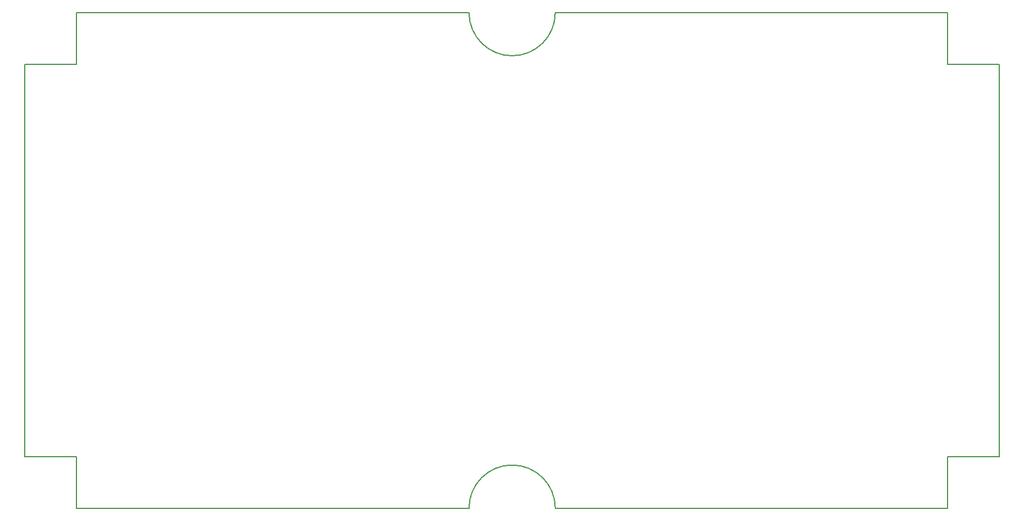
<source format=gbr>
G04 DipTrace 3.2.0.1*
G04 BoardOutline.gbr*
%MOIN*%
G04 #@! TF.FileFunction,Profile*
G04 #@! TF.Part,Single*
%ADD11C,0.005512*%
%FSLAX26Y26*%
G04*
G70*
G90*
G75*
G01*
G04 BoardOutline*
%LPD*%
X693701Y3268701D2*
D11*
X2968701D1*
G03X3468701Y3268701I250000J0D01*
G01*
X5743701D1*
Y2968701D1*
X6043701D1*
Y693701D1*
X5743701D1*
Y393701D1*
X3468701D1*
G03X2968701Y393701I-250000J0D01*
G01*
X693701D1*
Y693701D1*
X393701D1*
Y2968701D1*
X693701D1*
Y3268701D1*
M02*

</source>
